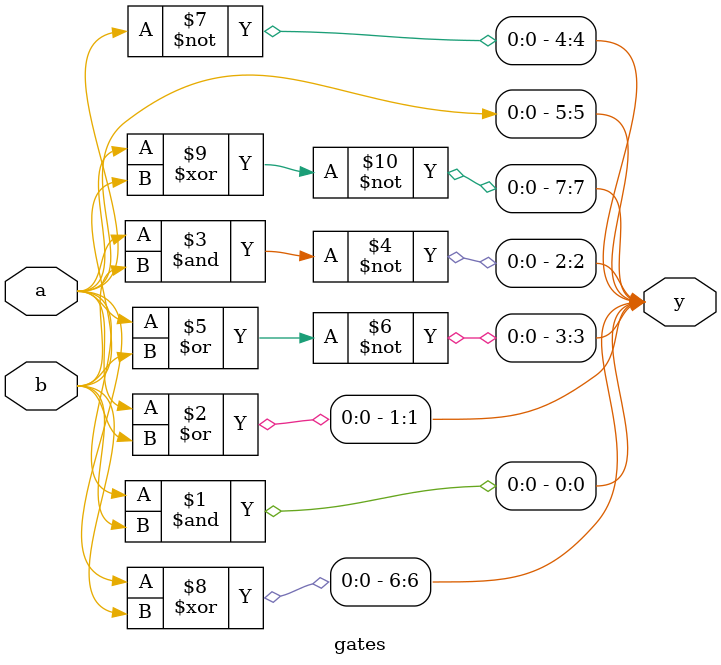
<source format=v>
module gates(
    input a,
    input b,
    output [7:0] y
);
    assign y[0] = a & b;       // AND
    assign y[1] = a | b;       // OR
    assign y[2] = ~(a & b);    // NAND
    assign y[3] = ~(a | b);    // NOR
    assign y[4] = ~a;          // NOT A
    assign y[5] = a;           // BUFFER A
    assign y[6] = a ^ b;       // XOR
    assign y[7] = ~(a ^ b);    // XNOR
endmodule




</source>
